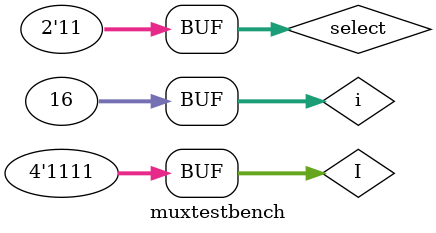
<source format=v>
module muxtestbench;
  
  reg[3:0] I;
  reg[1:0] select;
  wire O;
  
  mux4 m(
    .I(I),
    .select(select),
    .O(O)
    );
  
  integer i;
  
  initial
  begin
    for(i = 0; i < 16; i = i + 1)
    begin
      I = i;
      #00 select = 2'b00;
      #50 select = 2'b01;
      #50 select = 2'b10;
      #50 select = 2'b11;
      #50 ;
    end
  end
endmodule    

</source>
